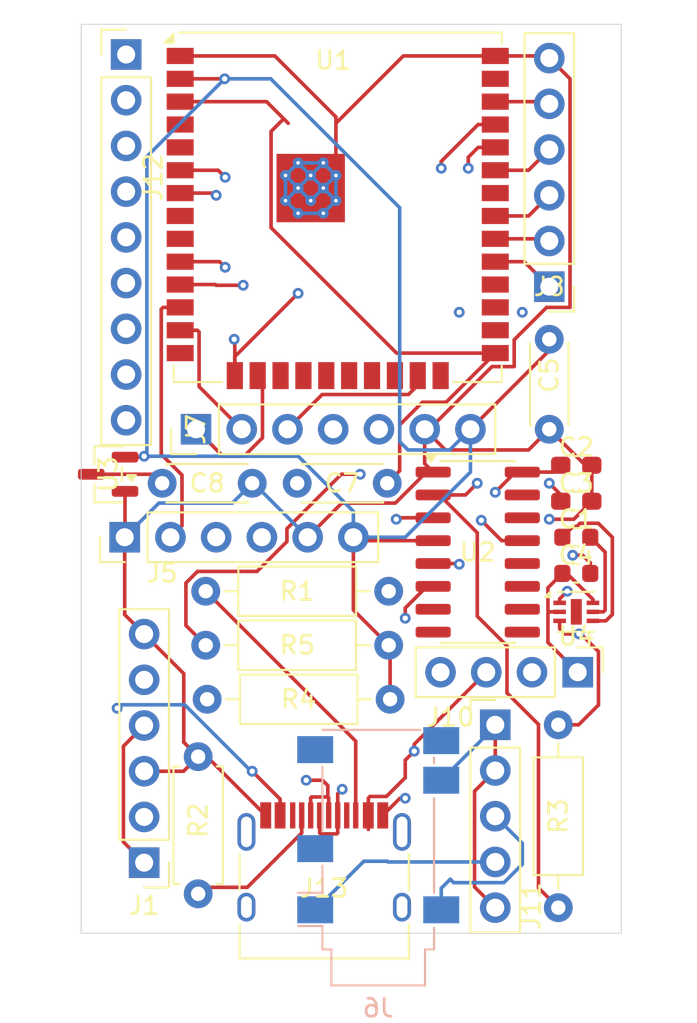
<source format=kicad_pcb>
(kicad_pcb (version 20241229) (generator "pcbnew") (generator_version "9.0")
  (layers (0 "F.Cu" signal) (4 "In1.Cu" signal) (6 "In2.Cu" signal) (2 "B.Cu" signal) (13 "F.Paste" user) (15 "B.Paste" user) (5 "F.SilkS" user "F.Silkscreen") (7 "B.SilkS" user "B.Silkscreen") (1 "F.Mask" user) (3 "B.Mask" user) (25 "Edge.Cuts" user))
  (net 0 "")
  (net 1 "Net-(U4-C+)")
  (net 2 "Net-(U4-C-)")
  (net 3 "GND")
  (net 4 "+5V")
  (net 5 "+3V3")
  (net 6 "VCC")
  (net 7 "Net-(U1-EN)")
  (net 8 "/DTR")
  (net 9 "Net-(J1-Pin_2)")
  (net 10 "Net-(J1-Pin_5)")
  (net 11 "Net-(J5-Pin_2)")
  (net 12 "Net-(J5-Pin_3)")
  (net 13 "Net-(J5-Pin_4)")
  (net 14 "Net-(J11-Pin_1)")
  (net 15 "Net-(J11-Pin_4)")
  (net 16 "Net-(J7-Pin_1)")
  (net 19 "Net-(J7-Pin_2)")
  (net 20 "Net-(J7-Pin_3)")
  (net 21 "Net-(J8-Pin_1)")
  (net 22 "Net-(J8-Pin_4)")
  (net 23 "Net-(J8-Pin_5)")
  (net 24 "Net-(J8-Pin_3)")
  (net 25 "Net-(J8-Pin_2)")
  (net 26 "Net-(J11-Pin_3)")
  (net 32 "Net-(U2-UD+)")
  (net 33 "/CC2")
  (net 36 "/CC1")
  (net 38 "Net-(U2-UD-)")
  (net 42 "/TXD")
  (net 43 "/RXD")
  (footprint "Resistor_THT:R_Axial_DIN0207_L6.3mm_D2.5mm_P10.16mm_Horizontal" (layer "F.Cu") (at 41.08 50.5 180)
    (property "Reference" "R5")
    (property "Value" "10kΩ")
  )
  (footprint "Connector_PinHeader_2.54mm:PinHeader_1x07_P2.54mm_Vertical" (layer "F.Cu") (at 30.38 38.5 90)
    (property "Reference" "J7")
    (property "Value" "Mono Dac")
  )
  (footprint "Connector_PinHeader_2.54mm:PinHeader_1x04_P2.54mm_Vertical" (layer "F.Cu") (at 51.58 52 -90)
    (property "Reference" "J10")
    (property "Value" "Vin/out")
  )
  (footprint "Connector_PinHeader_2.54mm:PinHeader_1x05_P2.54mm_Vertical" (layer "F.Cu") (at 47 54.92)
    (property "Reference" "J11")
    (property "Value" "AUX Pinout")
  )
  (footprint "Resistor_THT:R_Axial_DIN0207_L6.3mm_D2.5mm_P7.62mm_Horizontal" (layer "F.Cu") (at 30.5 64.31 90)
    (property "Reference" "R2")
    (property "Value" "5.1k")
  )
  (footprint "Connector_USB:USB_C_Receptacle_HRO_TYPE-C-31-M-12" (layer "F.Cu") (at 37.5 64)
    (property "Reference" "J13")
    (property "Value" "USB_C")
  )
  (footprint "Capacitor_THT:C_Disc_D4.3mm_W1.9mm_P5.00mm" (layer "F.Cu") (at 28.5 41.5)
    (property "Reference" "C8")
    (property "Value" "0.1uF  50V")
  )
  (footprint "Capacitor_SMD:C_0603_1608Metric_Pad1.08x0.95mm_HandSolder" (layer "F.Cu") (at 51.5 42.5)
    (property "Reference" "C3")
    (property "Value" "1uF  50V")
  )
  (footprint "Resistor_THT:R_Axial_DIN0207_L6.3mm_D2.5mm_P10.16mm_Horizontal" (layer "F.Cu") (at 50.5 54.92 -90)
    (property "Reference" "R3")
    (property "Value" "47R")
  )
  (footprint "Package_TO_SOT_SMD:SOT-23" (layer "F.Cu") (at 25.5 41 180)
    (property "Reference" "U3")
    (property "Value" "XC6206P332MR")
  )
  (footprint "Resistor_THT:R_Axial_DIN0207_L6.3mm_D2.5mm_P10.16mm_Horizontal" (layer "F.Cu") (at 41.16 53.5 180)
    (property "Reference" "R4")
    (property "Value" "47R")
  )
  (footprint "Capacitor_SMD:C_0603_1608Metric" (layer "F.Cu") (at 51.5 46.51)
    (property "Reference" "C4")
    (property "Value" "1uf")
  )
  (footprint "Capacitor_SMD:C_0603_1608Metric_Pad1.08x0.95mm_HandSolder" (layer "F.Cu") (at 51.5 40.5)
    (property "Reference" "C2")
    (property "Value" "1uF  50V")
  )
  (footprint "Capacitor_THT:C_Disc_D4.3mm_W1.9mm_P5.00mm" (layer "F.Cu") (at 36 41.5)
    (property "Reference" "C7")
    (property "Value" "100nf")
  )
  (footprint "Capacitor_THT:C_Disc_D4.3mm_W1.9mm_P5.00mm" (layer "F.Cu") (at 50 33.5 -90)
    (property "Reference" "C5")
    (property "Value" "4.7uf")
  )
  (footprint "Connector_PinHeader_2.54mm:PinHeader_1x06_P2.54mm_Vertical" (layer "F.Cu") (at 27.5 62.58 180)
    (property "Reference" "J1")
    (property "Value" "GPIO")
  )
  (footprint "Connector_PinHeader_2.54mm:PinHeader_1x06_P2.54mm_Vertical" (layer "F.Cu") (at 26.42 44.5 90)
    (property "Reference" "J5")
    (property "Value" "Dual DAC")
  )
  (footprint "Connector_PinHeader_2.54mm:PinHeader_1x09_P2.54mm_Vertical" (layer "F.Cu") (at 26.5 17.68)
    (property "Reference" "J12")
    (property "Value" "DAC AUX")
  )
  (footprint "Package_DFN_QFN:DFN-6-1EP_2x2mm_P0.5mm_EP0.61x1.42mm" (layer "F.Cu") (at 51.5 48.645)
    (property "Reference" "U4")
    (property "Value" "LTC3240EDC-3_3")
  )
  (footprint "Capacitor_SMD:C_0603_1608Metric" (layer "F.Cu") (at 51.5 44.5 180)
    (property "Reference" "C1")
    (property "Value" "1uf")
  )
  (footprint "Connector_PinHeader_2.54mm:PinHeader_1x06_P2.54mm_Vertical" (layer "F.Cu") (at 50 30.58 180)
    (property "Reference" "J8")
    (property "Value" "GPIO Button")
  )
  (footprint "RF_Module:ESP32-WROOM-32UE" (layer "F.Cu") (at 38.25 26.17)
    (property "Reference" "U1")
    (property "Value" "ESP32-WROOM-32UE")
  )
  (footprint "Resistor_THT:R_Axial_DIN0207_L6.3mm_D2.5mm_P10.16mm_Horizontal" (layer "F.Cu") (at 30.92 47.5)
    (property "Reference" "R1")
    (property "Value" "5.1k")
  )
  (footprint "Package_SO:SOIC-16_3.9x9.9mm_P1.27mm" (layer "F.Cu") (at 46.025 45.325)
    (property "Reference" "U2")
    (property "Value" "CH340C")
  )
  (footprint "Connector_Audio:Jack_3.5mm_PJ311_Horizontal" (layer "B.Cu") (at 40.5 60.5)
    (property "Reference" "J6")
    (property "Value" "AudioJack4_Ground")
  )
  (gr_rect (start 24 16) (end 54 66.5) (stroke (width 0.05)) (fill no) (layer "Edge.Cuts"))
  (segment (start 51.704185 43.724) (end 52.72411 43.724) (width 0.2) (layer "F.Cu") (net 1))
  (segment (start 53.501 44.50089) (end 53.501 48.791) (width 0.2) (layer "F.Cu") (net 1))
  (segment (start 53.501 48.791) (end 53.147 49.145) (width 0.2) (layer "F.Cu") (net 1))
  (segment (start 51.528186 43.9) (end 51.704185 43.724) (width 0.2) (layer "F.Cu") (net 1))
  (segment (start 52.72411 43.724) (end 53.501 44.50089) (width 0.2) (layer "F.Cu") (net 1))
  (segment (start 53.147 49.145) (end 52.425 49.145) (width 0.2) (layer "F.Cu") (net 1))
  (segment (start 50.725 44.5) (end 51.325 43.9) (width 0.2) (layer "F.Cu") (net 1))
  (segment (start 51.325 43.9) (end 51.528186 43.9) (width 0.2) (layer "F.Cu") (net 1))
  (segment (start 53.101 48.546) (end 53.101 45.326) (width 0.2) (layer "F.Cu") (net 2))
  (segment (start 53.101 45.326) (end 52.275 44.5) (width 0.2) (layer "F.Cu") (net 2))
  (segment (start 52.425 48.645) (end 53.002 48.645) (width 0.2) (layer "F.Cu") (net 2))
  (segment (start 53.002 48.645) (end 53.101 48.546) (width 0.2) (layer "F.Cu") (net 2))
  (segment (start 41.89 17.76) (end 38.15 21.5) (width 0.2) (layer "F.Cu") (net 3))
  (segment (start 52.21 46.51) (end 52.275 46.51) (width 0.2) (layer "F.Cu") (net 3))
  (segment (start 51.151 31.731) (end 51.151 19.031) (width 0.2) (layer "F.Cu") (net 3))
  (segment (start 38.15 25.8) (end 38.15 26.5) (width 0.2) (layer "F.Cu") (net 3))
  (segment (start 43.08 40.41) (end 43.08 38.5) (width 0.2) (layer "F.Cu") (net 3))
  (segment (start 26.4375 41.95) (end 26.4375 44.4825) (width 0.2) (layer "F.Cu") (net 3))
  (segment (start 47 17.76) (end 49.88 17.76) (width 0.2) (layer "F.Cu") (net 3))
  (segment (start 49.88 17.76) (end 50 17.88) (width 0.2) (layer "F.Cu") (net 3))
  (segment (start 36.58 44.5) (end 38.479 42.601) (width 0.2) (layer "F.Cu") (net 3))
  (segment (start 52.275 46.51) (end 52.275 45.925) (width 0.2) (layer "F.Cu") (net 3))
  (segment (start 30.985 56.69) (end 30.5 56.69) (width 0.2) (layer "F.Cu") (net 3))
  (segment (start 37.45 25.1) (end 37.45 23.7) (width 0.2) (layer "F.Cu") (net 3))
  (segment (start 52.275 45.925) (end 51.85 45.5) (width 0.2) (layer "F.Cu") (net 3))
  (segment (start 27.5 49.88) (end 26.42 48.8) (width 0.2) (layer "F.Cu") (net 3))
  (segment (start 36.05 23.7) (end 35.35 23.7) (width 0.2) (layer "F.Cu") (net 3))
  (segment (start 37.45 26.5) (end 38.15 26.5) (width 0.2) (layer "F.Cu") (net 3))
  (segment (start 32.535 33.535) (end 32.535 35.52) (width 0.2) (layer "F.Cu") (net 3))
  (segment (start 36.75 24.4) (end 36.75 25.1) (width 0.2) (layer "F.Cu") (net 3))
  (segment (start 38.479 42.601) (end 41.45605 42.601) (width 0.2) (layer "F.Cu") (net 3))
  (segment (start 37.45 23.7) (end 38.15 23.7) (width 0.2) (layer "F.Cu") (net 3))
  (segment (start 43.08 38.5) (end 44.231 39.651) (width 0.2) (layer "F.Cu") (net 3))
  (segment (start 41.705 59) (end 42 59) (width 0.2) (layer "F.Cu") (net 3))
  (segment (start 34.76 17.76) (end 38.15 21.15) (width 0.2) (layer "F.Cu") (net 3))
  (segment (start 36.05 25.1) (end 36.05 23.7) (width 0.2) (layer "F.Cu") (net 3))
  (segment (start 43.3371 38.5) (end 46.8161 35.021) (width 0.2) (layer "F.Cu") (net 3))
  (segment (start 49.849 31.731) (end 51.151 31.731) (width 0.2) (layer "F.Cu") (net 3))
  (segment (start 52 40.5) (end 50 38.5) (width 0.2) (layer "F.Cu") (net 3))
  (segment (start 29.700001 55.890001) (end 29.700001 52.080001) (width 0.2) (layer "F.Cu") (net 3))
  (segment (start 36.05 26.5) (end 36.05 25.1) (width 0.2) (layer "F.Cu") (net 3))
  (segment (start 32.5 33.5) (end 32.535 33.535) (width 0.2) (layer "F.Cu") (net 3))
  (segment (start 29.5 17.76) (end 34.76 17.76) (width 0.2) (layer "F.Cu") (net 3))
  (segment (start 36.75 25.8) (end 37.45 26.5) (width 0.2) (layer "F.Cu") (net 3))
  (segment (start 46.8161 35.021) (end 48.051 35.021) (width 0.2) (layer "F.Cu") (net 3))
  (segment (start 30.5 56.69) (end 29.700001 55.890001) (width 0.2) (layer "F.Cu") (net 3))
  (segment (start 41.45605 42.601) (end 43.17705 40.88) (width 0.2) (layer "F.Cu") (net 3))
  (segment (start 50 43.5) (end 51.3625 43.5) (width 0.2) (layer "F.Cu") (net 3))
  (segment (start 36.05 26.5) (end 35.35 26.5) (width 0.2) (layer "F.Cu") (net 3))
  (segment (start 51.151 19.031) (end 50 17.88) (width 0.2) (layer "F.Cu") (net 3))
  (segment (start 48.051 35.021) (end 48.051 33.529) (width 0.2) (layer "F.Cu") (net 3))
  (segment (start 47 17.76) (end 41.89 17.76) (width 0.2) (layer "F.Cu") (net 3))
  (segment (start 36.75 25.8) (end 36.75 25.1) (width 0.2) (layer "F.Cu") (net 3))
  (segment (start 43.55 40.88) (end 43.08 40.41) (width 0.2) (layer "F.Cu") (net 3))
  (segment (start 37.45 25.1) (end 36.75 25.1) (width 0.2) (layer "F.Cu") (net 3))
  (segment (start 36.05 25.1) (end 36.75 25.1) (width 0.2) (layer "F.Cu") (net 3))
  (segment (start 43.08 38.5) (end 43.3371 38.5) (width 0.2) (layer "F.Cu") (net 3))
  (segment (start 50.575 48.145) (end 50.575 47.925) (width 0.2) (layer "F.Cu") (net 3))
  (segment (start 38.15 21.15) (end 38.15 21.5) (width 0.2) (layer "F.Cu") (net 3))
  (segment (start 35.35 24.4) (end 35.35 23.7) (width 0.2) (layer "F.Cu") (net 3))
  (segment (start 51.85 45.5) (end 51.301 45.5) (width 0.2) (layer "F.Cu") (net 3))
  (segment (start 43.17705 40.88) (end 43.55 40.88) (width 0.2) (layer "F.Cu") (net 3))
  (segment (start 44.231 39.651) (end 48.849 39.651) (width 0.2) (layer "F.Cu") (net 3))
  (segment (start 52.3625 40.5) (end 52 40.5) (width 0.2) (layer "F.Cu") (net 3))
  (segment (start 29.69 57.5) (end 30.5 56.69) (width 0.2) (layer "F.Cu") (net 3))
  (segment (start 48.849 39.651) (end 50 38.5) (width 0.2) (layer "F.Cu") (net 3))
  (segment (start 32.535 35.52) (end 32.535 34.465) (width 0.2) (layer "F.Cu") (net 3))
  (segment (start 32.535 34.465) (end 36.05 30.95) (width 0.2) (layer "F.Cu") (net 3))
  (segment (start 37.45 26.5) (end 37.45 25.1) (width 0.2) (layer "F.Cu") (net 3))
  (segment (start 51.3625 43.5) (end 52.3625 42.5) (width 0.2) (layer "F.Cu") (net 3))
  (segment (start 35.35 25.8) (end 35.35 26.5) (width 0.2) (layer "F.Cu") (net 3))
  (segment (start 38.15 24.4) (end 38.15 23.7) (width 0.2) (layer "F.Cu") (net 3))
  (segment (start 36.75 25.8) (end 36.05 26.5) (width 0.2) (layer "F.Cu") (net 3))
  (segment (start 26.4375 44.4825) (end 26.42 44.5) (width 0.2) (layer "F.Cu") (net 3))
  (segment (start 27.5 57.5) (end 29.69 57.5) (width 0.2) (layer "F.Cu") (net 3))
  (segment (start 38.15 21.5) (end 38.15 23.7) (width 0.2) (layer "F.Cu") (net 3))
  (segment (start 40.75 59.955) (end 41.705 59) (width 0.2) (layer "F.Cu") (net 3))
  (segment (start 48.051 33.529) (end 49.849 31.731) (width 0.2) (layer "F.Cu") (net 3))
  (segment (start 29.700001 52.080001) (end 27.5 49.88) (width 0.2) (layer "F.Cu") (net 3))
  (segment (start 50.575 47.925) (end 51 47.5) (width 0.2) (layer "F.Cu") (net 3))
  (segment (start 34.25 59.955) (end 30.985 56.69) (width 0.2) (layer "F.Cu") (net 3))
  (segment (start 26.42 48.8) (end 26.42 44.5) (width 0.2) (layer "F.Cu") (net 3))
  (segment (start 52.3625 42.5) (end 52.3625 40.5) (width 0.2) (layer "F.Cu") (net 3))
  (via (at 51.301 45.5) (size 0.6) (drill 0.3) (layers "F.Cu" "B.Cu") (net 3))
  (via (at 50 43.5) (size 0.6) (drill 0.3) (layers "F.Cu" "B.Cu") (net 3))
  (via (at 36.05 30.95) (size 0.6) (drill 0.3) (layers "F.Cu" "B.Cu") (net 3))
  (via (at 51 47.5) (size 0.6) (drill 0.3) (layers "F.Cu" "B.Cu") (net 3))
  (via (at 32.5 33.5) (size 0.6) (drill 0.3) (layers "F.Cu" "B.Cu") (net 3))
  (via (at 42 59) (size 0.6) (drill 0.3) (layers "F.Cu" "B.Cu") (net 3))
  (segment (start 37.45 26.5) (end 38.15 25.8) (width 0.2) (layer "B.Cu") (net 3))
  (segment (start 36.58 44.5) (end 33.58 41.5) (width 0.2) (layer "B.Cu") (net 3))
  (segment (start 38.15 24.4) (end 37.45 23.7) (width 0.2) (layer "B.Cu") (net 3))
  (segment (start 28.319 42.601) (end 26.42 44.5) (width 0.2) (layer "B.Cu") (net 3))
  (segment (start 36.75 24.4) (end 37.45 25.1) (width 0.2) (layer "B.Cu") (net 3))
  (segment (start 35.35 25.8) (end 35.35 24.4) (width 0.2) (layer "B.Cu") (net 3))
  (segment (start 36.05 26.5) (end 35.35 25.8) (width 0.2) (layer "B.Cu") (net 3))
  (segment (start 36.05 25.1) (end 36.75 24.4) (width 0.2) (layer "B.Cu") (net 3))
  (segment (start 37.45 26.5) (end 36.05 26.5) (width 0.2) (layer "B.Cu") (net 3))
  (segment (start 36.05 23.7) (end 37.45 23.7) (width 0.2) (layer "B.Cu") (net 3))
  (segment (start 36.75 24.4) (end 37.45 23.7) (width 0.2) (layer "B.Cu") (net 3))
  (segment (start 36.05 23.7) (end 35.35 24.4) (width 0.2) (layer "B.Cu") (net 3))
  (segment (start 36.75 24.4) (end 36.05 23.7) (width 0.2) (layer "B.Cu") (net 3))
  (segment (start 33.58 41.5) (end 33.5 41.5) (width 0.2) (layer "B.Cu") (net 3))
  (segment (start 36.05 25.1) (end 36.75 25.8) (width 0.2) (layer "B.Cu") (net 3))
  (segment (start 36.75 25.8) (end 37.45 25.1) (width 0.2) (layer "B.Cu") (net 3))
  (segment (start 35.35 25.8) (end 36.05 25.1) (width 0.2) (layer "B.Cu") (net 3))
  (segment (start 37.45 25.1) (end 38.15 24.4) (width 0.2) (layer "B.Cu") (net 3))
  (segment (start 38.15 25.8) (end 38.15 24.4) (width 0.2) (layer "B.Cu") (net 3))
  (segment (start 38.15 25.8) (end 37.45 25.1) (width 0.2) (layer "B.Cu") (net 3))
  (segment (start 33.5 41.5) (end 32.399 42.601) (width 0.2) (layer "B.Cu") (net 3))
  (segment (start 32.399 42.601) (end 28.319 42.601) (width 0.2) (layer "B.Cu") (net 3))
  (segment (start 35.35 24.4) (end 36.05 25.1) (width 0.2) (layer "B.Cu") (net 3))
  (segment (start 48.12 40.88) (end 48.5 40.88) (width 0.2) (layer "F.Cu") (net 4))
  (segment (start 28.5 41.5) (end 28 41) (width 0.2) (layer "F.Cu") (net 4))
  (segment (start 50.2575 40.88) (end 50.6375 40.5) (width 0.2) (layer "F.Cu") (net 4))
  (segment (start 42.498998 56.385545) (end 42.498998 56.001002) (width 0.2) (layer "F.Cu") (net 4))
  (segment (start 42 56.884543) (end 42.498998 56.385545) (width 0.2) (layer "F.Cu") (net 4))
  (segment (start 28 41) (end 24.5625 41) (width 0.2) (layer "F.Cu") (net 4))
  (segment (start 40.043951 58.901) (end 40.956049 58.901) (width 0.2) (layer "F.Cu") (net 4))
  (segment (start 48.5 40.88) (end 50.2575 40.88) (width 0.2) (layer "F.Cu") (net 4))
  (segment (start 35.05 59.05) (end 33.5 57.5) (width 0.2) (layer "F.Cu") (net 4))
  (segment (start 35.05 59.955) (end 35.05 59.05) (width 0.2) (layer "F.Cu") (net 4))
  (segment (start 42 57.857049) (end 42 56.884543) (width 0.2) (layer "F.Cu") (net 4))
  (segment (start 39.95 59.955) (end 39.95 58.994951) (width 0.2) (layer "F.Cu") (net 4))
  (segment (start 42.498998 56.001002) (end 46.5 52) (width 0.2) (layer "F.Cu") (net 4))
  (segment (start 47 42) (end 48.12 40.88) (width 0.2) (layer "F.Cu") (net 4))
  (segment (start 39.95 58.994951) (end 40.043951 58.901) (width 0.2) (layer "F.Cu") (net 4))
  (segment (start 39.95 60.732) (end 39.95 59.955) (width 0.2) (layer "F.Cu") (net 4))
  (segment (start 40.956049 58.901) (end 42 57.857049) (width 0.2) (layer "F.Cu") (net 4))
  (via (at 33.5 57.5) (size 0.6) (drill 0.3) (layers "F.Cu" "B.Cu") (net 4))
  (via (at 47 42) (size 0.6) (drill 0.3) (layers "F.Cu" "B.Cu") (net 4))
  (via (at 42.498998 56.385545) (size 0.6) (drill 0.3) (layers "F.Cu" "B.Cu") (net 4))
  (via (at 26 54) (size 0.6) (drill 0.3) (layers "F.Cu" "B.Cu") (net 4))
  (segment (start 26.191 53.809) (end 29.75195 53.809) (width 0.2) (layer "B.Cu") (net 4))
  (segment (start 26 54) (end 26.191 53.809) (width 0.2) (layer "B.Cu") (net 4))
  (segment (start 33.44295 57.5) (end 33.5 57.5) (width 0.2) (layer "B.Cu") (net 4))
  (segment (start 29.75195 53.809) (end 33.44295 57.5) (width 0.2) (layer "B.Cu") (net 4))
  (segment (start 50 34.12) (end 50 33.5) (width 0.2) (layer "F.Cu") (net 5))
  (segment (start 52.731 53.82037) (end 52.731 50.849) (width 0.2) (layer "F.Cu") (net 5))
  (segment (start 50.6375 42.5) (end 50.6375 42.1375) (width 0.2) (layer "F.Cu") (net 5))
  (segment (start 27.5 62.58) (end 26.349 61.429) (width 0.2) (layer "F.Cu") (net 5))
  (segment (start 43.55 44.69) (end 39.31 44.69) (width 0.2) (layer "F.Cu") (net 5))
  (segment (start 26.349 61.429) (end 26.349 56.111) (width 0.2) (layer "F.Cu") (net 5))
  (segment (start 50.575 49.575) (end 50.872519 49.872519) (width 0.2) (layer "F.Cu") (net 5))
  (segment (start 26.4375 40.05) (end 27.45 40.05) (width 0.2) (layer "F.Cu") (net 5))
  (segment (start 29.5 19.03) (end 31.97 19.03) (width 0.2) (layer "F.Cu") (net 5))
  (segment (start 41.16 50.58) (end 41.08 50.5) (width 0.2) (layer "F.Cu") (net 5))
  (segment (start 39.12 48.54) (end 39.12 44.5) (width 0.2) (layer "F.Cu") (net 5))
  (segment (start 50.872519 49.872519) (end 51.65 49.872519) (width 0.2) (layer "F.Cu") (net 5))
  (segment (start 26.349 56.111) (end 27.5 54.96) (width 0.2) (layer "F.Cu") (net 5))
  (segment (start 41.16 53.5) (end 41.16 50.58) (width 0.2) (layer "F.Cu") (net 5))
  (segment (start 50.575 49.145) (end 50.575 49.575) (width 0.2) (layer "F.Cu") (net 5))
  (segment (start 27.45 40.05) (end 27.5 40) (width 0.2) (layer "F.Cu") (net 5))
  (segment (start 50.5 54.92) (end 51.63137 54.92) (width 0.2) (layer "F.Cu") (net 5))
  (segment (start 41.08 50.5) (end 39.12 48.54) (width 0.2) (layer "F.Cu") (net 5))
  (segment (start 39.31 44.69) (end 39.12 44.5) (width 0.2) (layer "F.Cu") (net 5))
  (segment (start 51.63137 54.92) (end 52.731 53.82037) (width 0.2) (layer "F.Cu") (net 5))
  (segment (start 50.6375 42.1375) (end 50 41.5) (width 0.2) (layer "F.Cu") (net 5))
  (segment (start 45.62 38.5) (end 50 34.12) (width 0.2) (layer "F.Cu") (net 5))
  (segment (start 31.97 19.03) (end 32 19) (width 0.2) (layer "F.Cu") (net 5))
  (segment (start 52.731 50.849) (end 51.754519 49.872519) (width 0.2) (layer "F.Cu") (net 5))
  (segment (start 51.754519 49.872519) (end 51.65 49.872519) (width 0.2) (layer "F.Cu") (net 5))
  (via (at 27.5 40) (size 0.6) (drill 0.3) (layers "F.Cu" "B.Cu") (net 5))
  (via (at 50 41.5) (size 0.6) (drill 0.3) (layers "F.Cu" "B.Cu") (net 5))
  (via (at 51.65 49.872519) (size 0.6) (drill 0.3) (layers "F.Cu" "B.Cu") (net 5))
  (via (at 31.97 19.03) (size 0.6) (drill 0.3) (layers "F.Cu" "B.Cu") (net 5))
  (segment (start 31.97 19.03) (end 27.651 23.349) (width 0.2) (layer "B.Cu") (net 5))
  (segment (start 36.05705 40) (end 27.5 40) (width 0.2) (layer "B.Cu") (net 5))
  (segment (start 39.12 44.5) (end 39.12 43.06295) (width 0.2) (layer "B.Cu") (net 5))
  (segment (start 45.62 38.5) (end 44.469 39.651) (width 0.2) (layer "B.Cu") (net 5))
  (segment (start 27.651 39.849) (end 27.5 40) (width 0.2) (layer "B.Cu") (net 5))
  (segment (start 42 44.5) (end 45.62 40.88) (width 0.2) (layer "B.Cu") (net 5))
  (segment (start 42.151 39.651) (end 41.691 39.191) (width 0.2) (layer "B.Cu") (net 5))
  (segment (start 39.12 44.5) (end 42 44.5) (width 0.2) (layer "B.Cu") (net 5))
  (segment (start 34.53 19.03) (end 31.97 19.03) (width 0.2) (layer "B.Cu") (net 5))
  (segment (start 41.691 39.191) (end 41.691 26.191) (width 0.2) (layer "B.Cu") (net 5))
  (segment (start 39.12 43.06295) (end 36.05705 40) (width 0.2) (layer "B.Cu") (net 5))
  (segment (start 41.691 26.191) (end 34.53 19.03) (width 0.2) (layer "B.Cu") (net 5))
  (segment (start 45.62 40.88) (end 45.62 38.5) (width 0.2) (layer "B.Cu") (net 5))
  (segment (start 27.651 23.349) (end 27.651 39.849) (width 0.2) (layer "B.Cu") (net 5))
  (segment (start 44.469 39.651) (end 42.151 39.651) (width 0.2) (layer "B.Cu") (net 5))
  (segment (start 49.998 48.645) (end 49.924 48.571) (width 0.2) (layer "F.Cu") (net 6))
  (segment (start 49.924 47.311) (end 50.725 46.51) (width 0.2) (layer "F.Cu") (net 6))
  (segment (start 50.982 46.51) (end 50.725 46.51) (width 0.2) (layer "F.Cu") (net 6))
  (segment (start 49.924 50.344) (end 49.924 48.719) (width 0.2) (layer "F.Cu") (net 6))
  (segment (start 49.924 48.719) (end 49.998 48.645) (width 0.2) (layer "F.Cu") (net 6))
  (segment (start 49.924 48.571) (end 49.924 47.311) (width 0.2) (layer "F.Cu") (net 6))
  (segment (start 52.425 48.145) (end 52.425 47.953) (width 0.2) (layer "F.Cu") (net 6))
  (segment (start 52.425 47.953) (end 50.982 46.51) (width 0.2) (layer "F.Cu") (net 6))
  (segment (start 51.58 52) (end 49.924 50.344) (width 0.2) (layer "F.Cu") (net 6))
  (segment (start 49.998 48.645) (end 50.575 48.645) (width 0.2) (layer "F.Cu") (net 6))
  (segment (start 33.76876 46.399) (end 30.46395 46.399) (width 0.2) (layer "F.Cu") (net 7))
  (segment (start 29.819 49.399) (end 30.92 50.5) (width 0.2) (layer "F.Cu") (net 7))
  (segment (start 38.45224 41) (end 35.429 44.02324) (width 0.2) (layer "F.Cu") (net 7))
  (segment (start 41.691 40.809) (end 41 41.5) (width 0.2) (layer "F.Cu") (net 7))
  (segment (start 41.518 34.27) (end 34.549 27.301) (width 0.2) (layer "F.Cu") (net 7))
  (segment (start 39.5 41) (end 38.45224 41) (width 0.2) (layer "F.Cu") (net 7))
  (segment (start 35.25 21.25) (end 35.5 21.5) (width 0.2) (layer "F.Cu") (net 7))
  (segment (start 47 34.27) (end 41.518 34.27) (width 0.2) (layer "F.Cu") (net 7))
  (segment (start 34.549 27.301) (end 34.549 21.951) (width 0.2) (layer "F.Cu") (net 7))
  (segment (start 30.46395 46.399) (end 29.819 47.04395) (width 0.2) (layer "F.Cu") (net 7))
  (segment (start 47 34.27) (end 44.27 37) (width 0.2) (layer "F.Cu") (net 7))
  (segment (start 35.429 44.02324) (end 35.429 44.73876) (width 0.2) (layer "F.Cu") (net 7))
  (segment (start 29.819 47.04395) (end 29.819 49.399) (width 0.2) (layer "F.Cu") (net 7))
  (segment (start 41.691 38.26124) (end 41.691 40.809) (width 0.2) (layer "F.Cu") (net 7))
  (segment (start 34.549 21.951) (end 35.25 21.25) (width 0.2) (layer "F.Cu") (net 7))
  (segment (start 34.3 20.3) (end 35.25 21.25) (width 0.2) (layer "F.Cu") (net 7))
  (segment (start 29.5 20.3) (end 34.3 20.3) (width 0.2) (layer "F.Cu") (net 7))
  (segment (start 35.429 44.73876) (end 33.76876 46.399) (width 0.2) (layer "F.Cu") (net 7))
  (segment (start 44.27 37) (end 42.95224 37) (width 0.2) (layer "F.Cu") (net 7))
  (segment (start 42.95224 37) (end 41.691 38.26124) (width 0.2) (layer "F.Cu") (net 7))
  (via (at 39.5 41) (size 0.6) (drill 0.3) (layers "F.Cu" "B.Cu") (net 7))
  (segment (start 47.356207 44.69) (end 46.22329 43.557083) (width 0.2) (layer "F.Cu") (net 8))
  (segment (start 48.5 44.69) (end 47.356207 44.69) (width 0.2) (layer "F.Cu") (net 8))
  (via (at 46.22329 43.557083) (size 0.6) (drill 0.3) (layers "F.Cu" "B.Cu") (net 8))
  (segment (start 31.61 24.11) (end 32 24.5) (width 0.2) (layer "F.Cu") (net 9))
  (segment (start 29.5 24.11) (end 31.61 24.11) (width 0.2) (layer "F.Cu") (net 9))
  (via (at 32 24.5) (size 0.6) (drill 0.3) (layers "F.Cu" "B.Cu") (net 9))
  (segment (start 29.5 25.38) (end 31.38 25.38) (width 0.2) (layer "F.Cu") (net 10))
  (segment (start 31.38 25.38) (end 31.5 25.5) (width 0.2) (layer "F.Cu") (net 10))
  (via (at 31.5 25.5) (size 0.6) (drill 0.3) (layers "F.Cu" "B.Cu") (net 10))
  (segment (start 28.449 31.831) (end 28.449 39.89195) (width 0.2) (layer "F.Cu") (net 11))
  (segment (start 29.5 31.73) (end 28.55 31.73) (width 0.2) (layer "F.Cu") (net 11))
  (segment (start 29.601 41.04395) (end 29.601 43.859) (width 0.2) (layer "F.Cu") (net 11))
  (segment (start 28.449 39.89195) (end 29.601 41.04395) (width 0.2) (layer "F.Cu") (net 11))
  (segment (start 28.55 31.73) (end 28.449 31.831) (width 0.2) (layer "F.Cu") (net 11))
  (segment (start 29.601 43.859) (end 28.96 44.5) (width 0.2) (layer "F.Cu") (net 11))
  (segment (start 29.5 29.19) (end 31.69 29.19) (width 0.2) (layer "F.Cu") (net 12))
  (segment (start 31.69 29.19) (end 32 29.5) (width 0.2) (layer "F.Cu") (net 12))
  (via (at 32 29.5) (size 0.6) (drill 0.3) (layers "F.Cu" "B.Cu") (net 12))
  (segment (start 31.5 30.5) (end 33 30.5) (width 0.2) (layer "F.Cu") (net 13))
  (segment (start 29.5 30.46) (end 31.46 30.46) (width 0.2) (layer "F.Cu") (net 13))
  (segment (start 31.46 30.46) (end 31.5 30.5) (width 0.2) (layer "F.Cu") (net 13))
  (via (at 33 30.5) (size 0.6) (drill 0.3) (layers "F.Cu" "B.Cu") (net 13))
  (segment (start 45.849 63.929) (end 45.849 58.611) (width 0.2) (layer "F.Cu") (net 14))
  (segment (start 47 65.08) (end 45.849 63.929) (width 0.2) (layer "F.Cu") (net 14))
  (segment (start 45.849 58.611) (end 47 57.46) (width 0.2) (layer "F.Cu") (net 14))
  (segment (start 47 57.46) (end 47 54.92) (width 0.2) (layer "F.Cu") (net 14))
  (segment (start 47 55) (end 47 54.92) (width 0.2) (layer "B.Cu") (net 14))
  (segment (start 44 58) (end 47 55) (width 0.2) (layer "B.Cu") (net 14))
  (via (at 45 32) (size 0.6) (drill 0.3) (layers "F.Cu" "B.Cu") (net 15))
  (via (at 48.5 32) (size 0.6) (drill 0.3) (layers "F.Cu" "B.Cu") (net 15))
  (segment (start 39.7 62.5) (end 41 62.5) (width 0.2) (layer "B.Cu") (net 15))
  (segment (start 41.04 62.54) (end 47 62.54) (width 0.2) (layer "B.Cu") (net 15))
  (segment (start 41 62.5) (end 41.04 62.54) (width 0.2) (layer "B.Cu") (net 15))
  (segment (start 37 65.2) (end 39.7 62.5) (width 0.2) (layer "B.Cu") (net 15))
  (segment (start 31.88 40) (end 30.38 38.5) (width 0.2) (layer "F.Cu") (net 16))
  (segment (start 33.805 35.52) (end 34.071 35.786) (width 0.2) (layer "F.Cu") (net 16))
  (segment (start 34.071 35.786) (end 34.071 38.97676) (width 0.2) (layer "F.Cu") (net 16))
  (segment (start 33.04776 40) (end 31.88 40) (width 0.2) (layer "F.Cu") (net 16))
  (segment (start 34.071 38.97676) (end 33.04776 40) (width 0.2) (layer "F.Cu") (net 16))
  (segment (start 30.551 33.101) (end 30.45 33) (width 0.2) (layer "F.Cu") (net 19))
  (segment (start 30.551 36.131) (end 30.551 33.101) (width 0.2) (layer "F.Cu") (net 19))
  (segment (start 30.45 33) (end 29.5 33) (width 0.2) (layer "F.Cu") (net 19))
  (segment (start 32.92 38.5) (end 30.551 36.131) (width 0.2) (layer "F.Cu") (net 19))
  (segment (start 42.695 36.052) (end 42.176 36.571) (width 0.2) (layer "F.Cu") (net 20))
  (segment (start 42.695 35.52) (end 42.695 36.052) (width 0.2) (layer "F.Cu") (net 20))
  (segment (start 42.176 36.571) (end 37.389 36.571) (width 0.2) (layer "F.Cu") (net 20))
  (segment (start 37.389 36.571) (end 35.46 38.5) (width 0.2) (layer "F.Cu") (net 20))
  (segment (start 47 29.19) (end 48.61 29.19) (width 0.2) (layer "F.Cu") (net 21))
  (segment (start 48.61 29.19) (end 50 30.58) (width 0.2) (layer "F.Cu") (net 21))
  (segment (start 48.85 24.11) (end 50 22.96) (width 0.2) (layer "F.Cu") (net 22))
  (segment (start 47 24.11) (end 48.85 24.11) (width 0.2) (layer "F.Cu") (net 22))
  (segment (start 47 20.3) (end 49.88 20.3) (width 0.2) (layer "F.Cu") (net 23))
  (segment (start 49.88 20.3) (end 50 20.42) (width 0.2) (layer "F.Cu") (net 23))
  (segment (start 47 26.65) (end 48.85 26.65) (width 0.2) (layer "F.Cu") (net 24))
  (segment (start 48.85 26.65) (end 50 25.5) (width 0.2) (layer "F.Cu") (net 24))
  (segment (start 49.88 27.92) (end 50 28.04) (width 0.2) (layer "F.Cu") (net 25))
  (segment (start 47 27.92) (end 49.88 27.92) (width 0.2) (layer "F.Cu") (net 25))
  (segment (start 48.5 62.66776) (end 48.5 61.5) (width 0.2) (layer "B.Cu") (net 26))
  (segment (start 44.691 63.691) (end 47.47676 63.691) (width 0.2) (layer "B.Cu") (net 26))
  (segment (start 44.5 63.5) (end 44.691 63.691) (width 0.2) (layer "B.Cu") (net 26))
  (segment (start 47.47676 63.691) (end 48.5 62.66776) (width 0.2) (layer "B.Cu") (net 26))
  (segment (start 44 64) (end 44.5 63.5) (width 0.2) (layer "B.Cu") (net 26))
  (segment (start 48.5 61.5) (end 47 60) (width 0.2) (layer "B.Cu") (net 26))
  (segment (start 44 65.2) (end 44 64) (width 0.2) (layer "B.Cu") (net 26))
  (segment (start 38.201 60.981) (end 37.299 60.981) (width 0.2) (layer "F.Cu") (net 32))
  (segment (start 38.25 58.75) (end 38.5 58.5) (width 0.2) (layer "F.Cu") (net 32))
  (segment (start 43.55 45.96) (end 44.96 45.96) (width 0.2) (layer "F.Cu") (net 32))
  (segment (start 38.25 60.932) (end 38.201 60.981) (width 0.2) (layer "F.Cu") (net 32))
  (segment (start 38.25 59.955) (end 38.25 60.932) (width 0.2) (layer "F.Cu") (net 32))
  (segment (start 37.299 60.981) (end 37.25 60.932) (width 0.2) (layer "F.Cu") (net 32))
  (segment (start 37.25 60.932) (end 37.25 59.955) (width 0.2) (layer "F.Cu") (net 32))
  (segment (start 44.96 45.96) (end 45 46) (width 0.2) (layer "F.Cu") (net 32))
  (segment (start 38.25 59.955) (end 38.25 58.75) (width 0.2) (layer "F.Cu") (net 32))
  (via (at 45 46) (size 0.6) (drill 0.3) (layers "F.Cu" "B.Cu") (net 32))
  (via (at 38.5 58.5) (size 0.6) (drill 0.3) (layers "F.Cu" "B.Cu") (net 32))
  (segment (start 39.25 55.83) (end 30.92 47.5) (width 0.2) (layer "F.Cu") (net 33))
  (segment (start 39.25 59.955) (end 39.25 55.83) (width 0.2) (layer "F.Cu") (net 33))
  (segment (start 36.25 59.955) (end 36.25 60.932) (width 0.2) (layer "F.Cu") (net 36))
  (segment (start 30.861 63.949) (end 30.5 64.31) (width 0.2) (layer "F.Cu") (net 36))
  (segment (start 33.233 63.949) (end 30.861 63.949) (width 0.2) (layer "F.Cu") (net 36))
  (segment (start 36.25 60.932) (end 33.233 63.949) (width 0.2) (layer "F.Cu") (net 36))
  (segment (start 37.75 59.955) (end 37.75 58.978) (width 0.2) (layer "F.Cu") (net 38))
  (segment (start 43.203032 47.23) (end 42 48.433032) (width 0.2) (layer "F.Cu") (net 38))
  (segment (start 36.75 58.978) (end 36.75 59.955) (width 0.2) (layer "F.Cu") (net 38))
  (segment (start 43.55 47.23) (end 43.203032 47.23) (width 0.2) (layer "F.Cu") (net 38))
  (segment (start 37.701 58.299) (end 37.402 58) (width 0.2) (layer "F.Cu") (net 38))
  (segment (start 36.799 58.929) (end 36.75 58.978) (width 0.2) (layer "F.Cu") (net 38))
  (segment (start 42 48.433032) (end 42 49) (width 0.2) (layer "F.Cu") (net 38))
  (segment (start 37.701 58.929) (end 37.701 58.299) (width 0.2) (layer "F.Cu") (net 38))
  (segment (start 37.402 58) (end 36.5 58) (width 0.2) (layer "F.Cu") (net 38))
  (segment (start 37.75 58.978) (end 37.701 58.929) (width 0.2) (layer "F.Cu") (net 38))
  (segment (start 37.701 58.929) (end 36.799 58.929) (width 0.2) (layer "F.Cu") (net 38))
  (via (at 36.5 58) (size 0.6) (drill 0.3) (layers "F.Cu" "B.Cu") (net 38))
  (via (at 42 49) (size 0.6) (drill 0.3) (layers "F.Cu" "B.Cu") (net 38))
  (segment (start 47 22.84) (end 46.05 22.84) (width 0.2) (layer "F.Cu") (net 42))
  (segment (start 43.896968 42.15) (end 43.55 42.15) (width 0.2) (layer "F.Cu") (net 42))
  (segment (start 43.55 42.15) (end 45.35 42.15) (width 0.2) (layer "F.Cu") (net 42))
  (segment (start 49.399 63.979) (end 49.399 54.899) (width 0.2) (layer "F.Cu") (net 42))
  (segment (start 45.35 42.15) (end 46 41.5) (width 0.2) (layer "F.Cu") (net 42))
  (segment (start 46.05 22.84) (end 45.5 23.39) (width 0.2) (layer "F.Cu") (net 42))
  (segment (start 46 48.886968) (end 46 44.253032) (width 0.2) (layer "F.Cu") (net 42))
  (segment (start 46 44.253032) (end 43.896968 42.15) (width 0.2) (layer "F.Cu") (net 42))
  (segment (start 47.651 53.151) (end 47.651 50.537968) (width 0.2) (layer "F.Cu") (net 42))
  (segment (start 49.399 54.899) (end 47.651 53.151) (width 0.2) (layer "F.Cu") (net 42))
  (segment (start 45.5 23.39) (end 45.5 24) (width 0.2) (layer "F.Cu") (net 42))
  (segment (start 47.651 50.537968) (end 46 48.886968) (width 0.2) (layer "F.Cu") (net 42))
  (segment (start 50.5 65.08) (end 49.399 63.979) (width 0.2) (layer "F.Cu") (net 42))
  (via (at 46 41.5) (size 0.6) (drill 0.3) (layers "F.Cu" "B.Cu") (net 42))
  (via (at 45.5 24) (size 0.6) (drill 0.3) (layers "F.Cu" "B.Cu") (net 42))
  (segment (start 41.58 43.42) (end 41.5 43.5) (width 0.2) (layer "F.Cu") (net 43))
  (segment (start 46.05 21.57) (end 44 23.62) (width 0.2) (layer "F.Cu") (net 43))
  (segment (start 43.55 43.42) (end 41.58 43.42) (width 0.2) (layer "F.Cu") (net 43))
  (segment (start 47 21.57) (end 46.05 21.57) (width 0.2) (layer "F.Cu") (net 43))
  (segment (start 44 23.62) (end 44 24) (width 0.2) (layer "F.Cu") (net 43))
  (via (at 44 24) (size 0.6) (drill 0.3) (layers "F.Cu" "B.Cu") (net 43))
  (via (at 41.5 43.5) (size 0.6) (drill 0.3) (layers "F.Cu" "B.Cu") (net 43))
)
</source>
